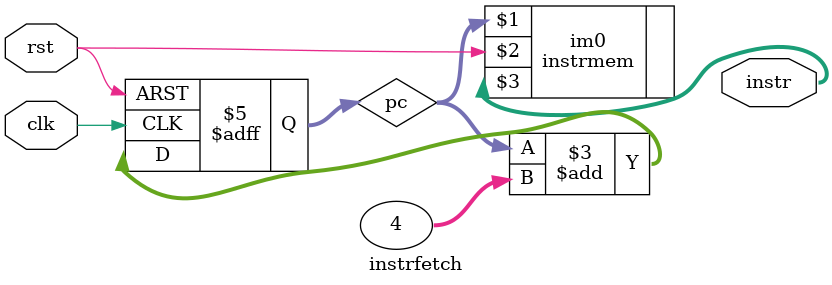
<source format=v>
`timescale 1ns / 1ps

module instrfetch(
    input clk,
    input rst,
    output [31:0] instr
    );
    
    reg [31:0] pc;
    initial pc = 0;
    
    instrmem im0(pc, rst, instr);
    
    always @(posedge clk, posedge rst) begin
        if(rst == 1)
            pc = 0;
        else
            pc = pc + 4;
    end
    
endmodule

</source>
